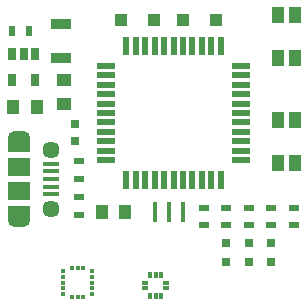
<source format=gbr>
G04 #@! TF.FileFunction,Soldermask,Top*
%FSLAX46Y46*%
G04 Gerber Fmt 4.6, Leading zero omitted, Abs format (unit mm)*
G04 Created by KiCad (PCBNEW 4.0.7) date 09/08/18 21:14:41*
%MOMM*%
%LPD*%
G01*
G04 APERTURE LIST*
%ADD10C,0.100000*%
%ADD11R,1.050000X1.400000*%
%ADD12R,1.100000X1.100000*%
%ADD13R,0.800000X0.800000*%
%ADD14R,0.400000X1.800000*%
%ADD15R,1.250000X1.000000*%
%ADD16R,0.750000X0.800000*%
%ADD17R,1.000000X1.250000*%
%ADD18R,1.700000X0.900000*%
%ADD19R,0.900000X0.500000*%
%ADD20R,0.500000X0.900000*%
%ADD21R,1.500000X0.550000*%
%ADD22R,0.550000X1.500000*%
%ADD23R,0.650000X1.060000*%
%ADD24R,1.900000X1.500000*%
%ADD25C,1.450000*%
%ADD26R,1.350000X0.400000*%
%ADD27O,1.900000X1.200000*%
%ADD28R,1.900000X1.200000*%
%ADD29R,0.450000X0.350000*%
%ADD30R,0.350000X0.450000*%
%ADD31R,0.350000X0.575000*%
%ADD32R,0.575000X0.350000*%
G04 APERTURE END LIST*
D10*
D11*
X167095000Y-99165000D03*
X167095000Y-102765000D03*
X165670000Y-99165000D03*
X165670000Y-102765000D03*
D12*
X157604000Y-90678000D03*
X160404000Y-90678000D03*
X155197000Y-90678000D03*
X152397000Y-90678000D03*
D13*
X161290000Y-111163000D03*
X161290000Y-109563000D03*
D14*
X157664000Y-106934000D03*
X156464000Y-106934000D03*
X155264000Y-106934000D03*
D11*
X167095000Y-90275000D03*
X167095000Y-93875000D03*
X165670000Y-90275000D03*
X165670000Y-93875000D03*
D15*
X147574000Y-95774000D03*
X147574000Y-97774000D03*
D16*
X148463000Y-100953000D03*
X148463000Y-99453000D03*
D17*
X152765000Y-106934000D03*
X150765000Y-106934000D03*
X145272000Y-98044000D03*
X143272000Y-98044000D03*
D13*
X163195000Y-111163000D03*
X163195000Y-109563000D03*
X165100000Y-111163000D03*
X165100000Y-109563000D03*
D18*
X147320000Y-91006000D03*
X147320000Y-93906000D03*
D19*
X163195000Y-106565000D03*
X163195000Y-108065000D03*
X165100000Y-106565000D03*
X165100000Y-108065000D03*
X148844000Y-105676000D03*
X148844000Y-107176000D03*
X148844000Y-102628000D03*
X148844000Y-104128000D03*
X167005000Y-108065000D03*
X167005000Y-106565000D03*
D20*
X143141000Y-91567000D03*
X144641000Y-91567000D03*
D21*
X151145000Y-94552000D03*
X151145000Y-95352000D03*
X151145000Y-96152000D03*
X151145000Y-96952000D03*
X151145000Y-97752000D03*
X151145000Y-98552000D03*
X151145000Y-99352000D03*
X151145000Y-100152000D03*
X151145000Y-100952000D03*
X151145000Y-101752000D03*
X151145000Y-102552000D03*
D22*
X152845000Y-104252000D03*
X153645000Y-104252000D03*
X154445000Y-104252000D03*
X155245000Y-104252000D03*
X156045000Y-104252000D03*
X156845000Y-104252000D03*
X157645000Y-104252000D03*
X158445000Y-104252000D03*
X159245000Y-104252000D03*
X160045000Y-104252000D03*
X160845000Y-104252000D03*
D21*
X162545000Y-102552000D03*
X162545000Y-101752000D03*
X162545000Y-100952000D03*
X162545000Y-100152000D03*
X162545000Y-99352000D03*
X162545000Y-98552000D03*
X162545000Y-97752000D03*
X162545000Y-96952000D03*
X162545000Y-96152000D03*
X162545000Y-95352000D03*
X162545000Y-94552000D03*
D22*
X160845000Y-92852000D03*
X160045000Y-92852000D03*
X159245000Y-92852000D03*
X158445000Y-92852000D03*
X157645000Y-92852000D03*
X156845000Y-92852000D03*
X156045000Y-92852000D03*
X155245000Y-92852000D03*
X154445000Y-92852000D03*
X153645000Y-92852000D03*
X152845000Y-92852000D03*
D23*
X145095000Y-93515000D03*
X144145000Y-93515000D03*
X143195000Y-93515000D03*
X143195000Y-95715000D03*
X145095000Y-95715000D03*
D24*
X143795000Y-105140000D03*
D25*
X146495000Y-101640000D03*
D26*
X146495000Y-103490000D03*
X146495000Y-102840000D03*
X146495000Y-105440000D03*
X146495000Y-104790000D03*
X146495000Y-104140000D03*
D25*
X146495000Y-106640000D03*
D24*
X143795000Y-103140000D03*
D27*
X143795000Y-100640000D03*
X143795000Y-107640000D03*
D28*
X143795000Y-107040000D03*
X143795000Y-101240000D03*
D19*
X159385000Y-106565000D03*
X159385000Y-108065000D03*
X161290000Y-106565000D03*
X161290000Y-108065000D03*
D29*
X147492000Y-112903000D03*
X149942000Y-112903000D03*
X147492000Y-112403000D03*
X149942000Y-112403000D03*
X147492000Y-111903000D03*
X149942000Y-111903000D03*
X149942000Y-113903000D03*
X149942000Y-113403000D03*
D30*
X148717000Y-114128000D03*
D29*
X147492000Y-113403000D03*
X147492000Y-113903000D03*
D30*
X149217000Y-114128000D03*
X148217000Y-114128000D03*
X148717000Y-111678000D03*
X149217000Y-111678000D03*
X148217000Y-111678000D03*
D31*
X155321000Y-112247000D03*
X155821000Y-112247000D03*
X154821000Y-112247000D03*
X155321000Y-114067000D03*
X155821000Y-114067000D03*
X154821000Y-114067000D03*
D32*
X154411000Y-112907000D03*
X154411000Y-113407000D03*
X156231000Y-112907000D03*
X156231000Y-113407000D03*
M02*

</source>
